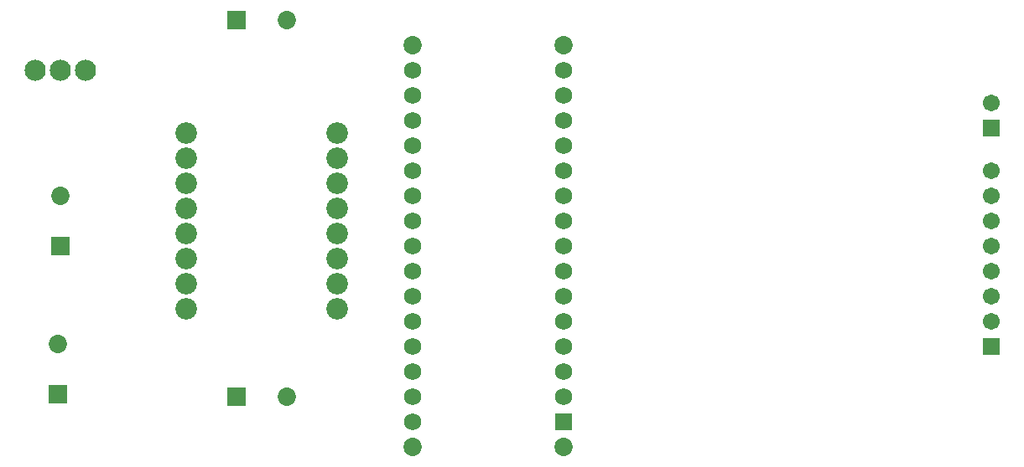
<source format=gts>
G04*
G04 #@! TF.GenerationSoftware,Altium Limited,Altium Designer,24.3.1 (35)*
G04*
G04 Layer_Color=8388736*
%FSLAX44Y44*%
%MOMM*%
G71*
G04*
G04 #@! TF.SameCoordinates,7EAC95E6-D10C-43C9-9056-5E7D675A08E9*
G04*
G04*
G04 #@! TF.FilePolarity,Negative*
G04*
G01*
G75*
%ADD13R,1.7032X1.7032*%
%ADD14C,1.7032*%
%ADD15R,1.7272X1.7272*%
%ADD16C,1.7272*%
%ADD17C,1.8542*%
%ADD18C,2.1832*%
%ADD19R,1.8532X1.8532*%
%ADD20C,1.8532*%
%ADD21C,2.1336*%
%ADD22R,1.8532X1.8532*%
D13*
X1625600Y678180D02*
D03*
Y457200D02*
D03*
D14*
Y703580D02*
D03*
Y635000D02*
D03*
Y609600D02*
D03*
Y584200D02*
D03*
Y558800D02*
D03*
Y533400D02*
D03*
Y508000D02*
D03*
Y482600D02*
D03*
D15*
X1193800Y381000D02*
D03*
D16*
Y406400D02*
D03*
Y431800D02*
D03*
Y457200D02*
D03*
Y482600D02*
D03*
Y508000D02*
D03*
Y533400D02*
D03*
Y558800D02*
D03*
Y584200D02*
D03*
Y609600D02*
D03*
Y635000D02*
D03*
Y660400D02*
D03*
Y685800D02*
D03*
Y711200D02*
D03*
Y736600D02*
D03*
X1041400D02*
D03*
Y711200D02*
D03*
Y685800D02*
D03*
Y660400D02*
D03*
Y635000D02*
D03*
Y609600D02*
D03*
Y584200D02*
D03*
Y558800D02*
D03*
Y533400D02*
D03*
Y508000D02*
D03*
Y482600D02*
D03*
Y457200D02*
D03*
Y431800D02*
D03*
Y406400D02*
D03*
Y381000D02*
D03*
D17*
X1193800Y355600D02*
D03*
X1041400D02*
D03*
Y762000D02*
D03*
X1193800D02*
D03*
D18*
X965200Y495300D02*
D03*
Y520700D02*
D03*
Y546100D02*
D03*
Y571500D02*
D03*
Y596900D02*
D03*
Y622300D02*
D03*
Y647700D02*
D03*
Y673100D02*
D03*
X812800D02*
D03*
Y647700D02*
D03*
Y622300D02*
D03*
Y596900D02*
D03*
Y571500D02*
D03*
Y546100D02*
D03*
Y520700D02*
D03*
Y495300D02*
D03*
D19*
X863600Y787400D02*
D03*
Y406400D02*
D03*
D20*
X914400Y787400D02*
D03*
Y406400D02*
D03*
X685800Y609600D02*
D03*
X683260Y459740D02*
D03*
D21*
X711200Y736600D02*
D03*
X685800D02*
D03*
X660400D02*
D03*
D22*
X685800Y558800D02*
D03*
X683260Y408940D02*
D03*
M02*

</source>
